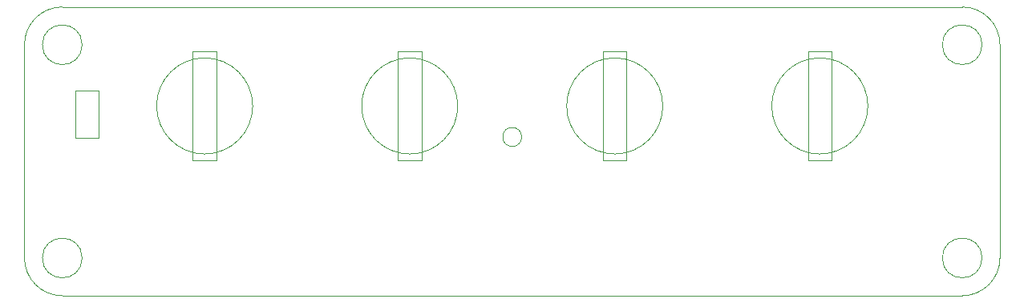
<source format=gko>
G04*
G04 #@! TF.GenerationSoftware,Altium Limited,Altium Designer,22.4.2 (48)*
G04*
G04 Layer_Color=16711935*
%FSLAX25Y25*%
%MOIN*%
G70*
G04*
G04 #@! TF.SameCoordinates,407642F0-E37F-43E1-BC9E-C6ACD67937A9*
G04*
G04*
G04 #@! TF.FilePolarity,Positive*
G04*
G01*
G75*
%ADD13C,0.00050*%
D13*
X206718Y66049D02*
G03*
X206718Y66049I-3937J0D01*
G01*
X350616Y78942D02*
G03*
X350616Y78942I-19980J0D01*
G01*
X265379D02*
G03*
X265379Y78942I-19980J0D01*
G01*
X180143D02*
G03*
X180143Y78942I-19980J0D01*
G01*
X94907D02*
G03*
X94907Y78942I-19980J0D01*
G01*
X398078Y15734D02*
G03*
X398078Y15734I-8250J0D01*
G01*
X23984D02*
G03*
X23984Y15734I-8250J0D01*
G01*
X398078Y104395D02*
G03*
X398078Y104395I-8250J0D01*
G01*
X23984D02*
G03*
X23984Y104395I-8250J0D01*
G01*
X405537D02*
G03*
X389828Y120104I-15709J-0D01*
G01*
Y25D02*
G03*
X405537Y15734I0J15709D01*
G01*
X25Y15734D02*
G03*
X15734Y25I15709J0D01*
G01*
X15734Y120104D02*
G03*
X25Y104395I-0J-15709D01*
G01*
X325714Y101620D02*
X335557D01*
Y56265D02*
Y101620D01*
X325714Y56265D02*
X335557D01*
X325714D02*
Y101620D01*
X240478D02*
X250320D01*
Y56265D02*
Y101620D01*
X240478Y56265D02*
X250320D01*
X240478D02*
Y101620D01*
X155242D02*
X165084D01*
Y56265D02*
Y101620D01*
X155242Y56265D02*
X165084D01*
X155242D02*
Y101620D01*
X21063Y65748D02*
Y85433D01*
X30906D01*
Y65748D02*
Y85433D01*
X21063Y65748D02*
X30906D01*
X79848Y56265D02*
Y101620D01*
X70005Y56265D02*
X79848D01*
X70005D02*
Y101620D01*
X79848D01*
X405537Y15734D02*
Y104395D01*
X15734Y25D02*
X389828D01*
X25Y15734D02*
Y104395D01*
X15734Y120104D02*
X389828D01*
M02*

</source>
